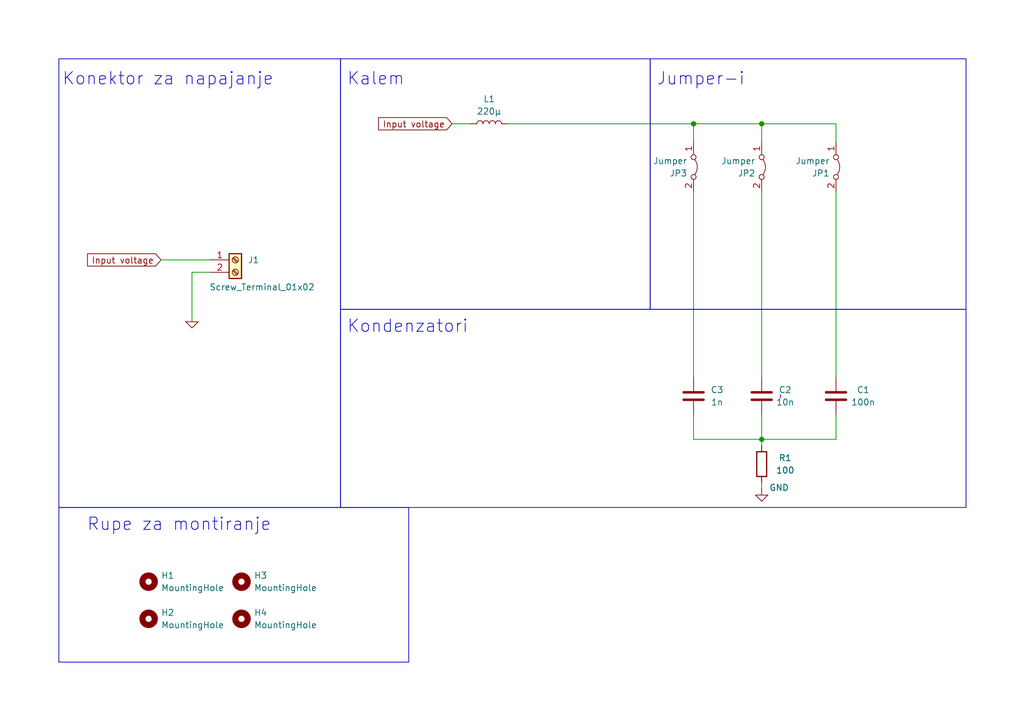
<source format=kicad_sch>
(kicad_sch (version 20231120) (generator "eeschema") (generator_version "8.0")
  (paper "A5")
  (lib_symbols
    (symbol "Connector:Screw_Terminal_01x02" (pin_names (offset 1.016) hide)
      (property "Reference" "J" (at 0 2.54 0))
      (property "Value" "Screw_Terminal_01x02" (at 0 -5.08 0))
      (symbol "Screw_Terminal_01x02_1_1"
        (rectangle (start -1.27 1.27) (end 1.27 -3.81) (stroke (width 0.254)) (fill (type background)))
        (circle (center 0 -2.54) (radius 0.635) (stroke (width 0.1524)))
        (polyline (pts (xy -0.5334 -2.2098) (xy 0.3302 -3.048)) (stroke (width 0.1524)))
        (polyline (pts (xy -0.5334 0.3302) (xy 0.3302 -0.508)) (stroke (width 0.1524)))
        (polyline (pts (xy -0.3556 -2.032) (xy 0.508 -2.8702)) (stroke (width 0.1524)))
        (polyline (pts (xy -0.3556 0.508) (xy 0.508 -0.3302)) (stroke (width 0.1524)))
        (circle (center 0 0) (radius 0.635) (stroke (width 0.1524)))
        (pin passive line (at -5.08 0 0) (length 3.81) (name "Pin_1") (number "1"))
        (pin passive line (at -5.08 -2.54 0) (length 3.81) (name "Pin_2") (number "2"))
      )
    )
    (symbol "Device:C" (pin_numbers hide) (pin_names (offset 0.254))
      (property "Reference" "C" (at 0.635 2.54 0))
      (property "Value" "C" (at 0.635 -2.54 0))
      (symbol "C_0_1"
        (polyline (pts (xy -2.032 -0.762) (xy 2.032 -0.762)) (stroke (width 0.508)))
        (polyline (pts (xy -2.032 0.762) (xy 2.032 0.762)) (stroke (width 0.508)))
      )
      (symbol "C_1_1"
        (pin passive line (at 0 3.81 270) (length 2.794) (name "~") (number "1"))
        (pin passive line (at 0 -3.81 90) (length 2.794) (name "~") (number "2"))
      )
    )
    (symbol "Device:L" (pin_numbers hide) (pin_names (offset 1.016) hide)
      (property "Reference" "L" (at -1.27 0 90))
      (property "Value" "L" (at 1.905 0 90))
      (symbol "L_0_1"
        (arc (start 0 -2.54) (mid 0.6323 -1.905) (end 0 -1.27))
        (arc (start 0 -1.27) (mid 0.6323 -0.635) (end 0 0))
        (arc (start 0 0) (mid 0.6323 0.635) (end 0 1.27))
        (arc (start 0 1.27) (mid 0.6323 1.905) (end 0 2.54))
      )
      (symbol "L_1_1"
        (pin passive line (at 0 3.81 270) (length 1.27) (name "1") (number "1"))
        (pin passive line (at 0 -3.81 90) (length 1.27) (name "2") (number "2"))
      )
    )
    (symbol "Device:R" (pin_numbers hide) (pin_names (offset 0))
      (property "Reference" "R" (at 2.032 0 90))
      (property "Value" "R" (at 0 0 90))
      (symbol "R_0_1"
        (rectangle (start -1.016 -2.54) (end 1.016 2.54) (stroke (width 0.254)))
      )
      (symbol "R_1_1"
        (pin passive line (at 0 3.81 270) (length 1.27) (name "~") (number "1"))
        (pin passive line (at 0 -3.81 90) (length 1.27) (name "~") (number "2"))
      )
    )
    (symbol "Jumper:Jumper_2_Bridged" (pin_names (offset 0) hide)
      (property "Reference" "JP" (at 0 1.905 0))
      (property "Value" "Jumper_2_Bridged" (at 0 -2.54 0))
      (symbol "Jumper_2_Bridged_0_0"
        (circle (center -2.032 0) (radius 0.508))
        (circle (center 2.032 0) (radius 0.508))
      )
      (symbol "Jumper_2_Bridged_0_1"
        (arc (start 1.524 0.254) (mid 0 0.762) (end -1.524 0.254))
      )
      (symbol "Jumper_2_Bridged_1_1"
        (pin passive line (at -5.08 0 0) (length 2.54) (name "A") (number "1"))
        (pin passive line (at 5.08 0 180) (length 2.54) (name "B") (number "2"))
      )
    )
    (symbol "Mechanical:MountingHole" (pin_names (offset 1.016))
      (property "Reference" "H" (at 0 5.08 0))
      (property "Value" "MountingHole" (at 0 3.175 0))
      (symbol "MountingHole_0_1"
        (circle (center 0 0) (radius 1.27) (stroke (width 1.27)))
      )
    )
    (symbol "Simulation_SPICE:0" (power) (pin_names (offset 0))
      (property "Value" "0" (at 0 -1.778 0))
      (symbol "0_0_1"
        (polyline (pts (xy -1.27 0) (xy 0 -1.27) (xy 1.27 0) (xy -1.27 0)))
      )
      (symbol "0_1_1"
        (pin power_in line (at 0 0 0) (length 0) hide (name "0") (number "1"))
      )
    )
    (symbol "power:GND" (power) (pin_numbers hide) (pin_names (offset 0) hide)
      (property "Value" "GND" (at 0 -3.81 0))
      (symbol "GND_0_1"
        (polyline (pts (xy 0 0) (xy 0 -1.27) (xy 1.27 -1.27) (xy 0 -2.54) (xy -1.27 -1.27) (xy 0 -1.27)))
      )
      (symbol "GND_1_1"
        (pin power_in line (at 0 0 270) (length 0) (name "~") (number "1"))
      )
    )
  )
  (junction (at 156.21 25.4))
  (junction (at 156.21 90.17))
  (junction (at 142.24 25.4))
  (wire (pts (xy 39.37 55.88) (xy 43.18 55.88)))
  (wire (pts (xy 39.37 55.88) (xy 39.37 66.04)))
  (wire (pts (xy 171.45 39.37) (xy 171.45 77.47)))
  (wire (pts (xy 156.21 90.17) (xy 142.24 90.17)))
  (wire (pts (xy 92.71 25.4) (xy 96.52 25.4)))
  (wire (pts (xy 171.45 90.17) (xy 156.21 90.17)))
  (wire (pts (xy 156.21 25.4) (xy 156.21 29.21)))
  (wire (pts (xy 156.21 39.37) (xy 156.21 77.47)))
  (wire (pts (xy 142.24 85.09) (xy 142.24 90.17)))
  (wire (pts (xy 142.24 25.4) (xy 142.24 29.21)))
  (wire (pts (xy 156.21 91.44) (xy 156.21 90.17)))
  (wire (pts (xy 156.21 90.17) (xy 156.21 85.09)))
  (wire (pts (xy 171.45 25.4) (xy 171.45 29.21)))
  (wire (pts (xy 43.18 53.34) (xy 33.02 53.34)))
  (wire (pts (xy 142.24 39.37) (xy 142.24 77.47)))
  (wire (pts (xy 156.21 25.4) (xy 171.45 25.4)))
  (wire (pts (xy 156.21 100.33) (xy 156.21 99.06)))
  (wire (pts (xy 142.24 25.4) (xy 156.21 25.4)))
  (wire (pts (xy 171.45 85.09) (xy 171.45 90.17)))
  (wire (pts (xy 104.14 25.4) (xy 142.24 25.4)))
  (rectangle (start 133.35 12.065) (end 198.12 63.5))
  (rectangle (start 69.85 12.065) (end 133.35 63.5))
  (rectangle (start 12.065 104.14) (end 83.82 135.89))
  (rectangle (start 69.85 63.5) (end 198.12 104.14))
  (rectangle (start 12.065 12.065) (end 69.85 104.14))
  (text "Kondenzatori" (at 71.12 68.58 0) (effects (font (size 2.54 2.54)) (justify left bottom)))
  (text "Rupe za montiranje\n" (at 17.78 109.22 0) (effects (font (size 2.54 2.54)) (justify left bottom)))
  (text "Kalem\n" (at 71.12 17.78 0) (effects (font (size 2.54 2.54)) (justify left bottom)))
  (text "Konektor za napajanje" (at 12.7 17.78 0) (effects (font (size 2.54 2.54)) (justify left bottom)))
  (text "Jumper-i" (at 134.62 17.78 0) (effects (font (size 2.54 2.54)) (justify left bottom)))
  (global_label "Input voltage" (shape input) (at 92.71 25.4 180) (property "Intersheetrefs" "${INTERSHEET_REFS}" (effects (hide yes))))
  (global_label "Input voltage" (shape input) (at 33.02 53.34 180) (property "Intersheetrefs" "${INTERSHEET_REFS}" (effects (hide yes))))
  (symbol (lib_id "Device:C") (at 156.21 81.28 0) (unit 1)
    (property "Reference" "C2" (at 161.036 80.01 0))
    (property "Value" "10n" (at 161.036 82.55 0))
    (property "Footprint" "Capacitor_SMD:C_1808_4520Metric" (effects (hide yes)))
    (property "Datasheet" "~" (at 160.02 81.28 90))
    (property "Description" "Unpolarized capacitor" (effects (hide yes)))
  )
  (symbol (lib_id "Jumper:Jumper_2_Bridged") (at 171.45 34.29 270) (unit 1)
    (property "Reference" "JP1" (at 170.18 35.56 90) (effects (justify right)))
    (property "Value" "Jumper" (at 170.18 33.02 90) (effects (justify right)))
    (property "Footprint" "Connector_PinHeader_2.54mm:PinHeader_1x02_P2.54mm_Vertical" (effects (hide yes)))
  )
  (symbol (lib_id "Mechanical:MountingHole") (at 49.53 127 0) (unit 1)
    (property "Reference" "H4" (at 52.07 125.73 0) (effects (justify left)))
    (property "Value" "MountingHole" (at 52.07 128.27 0) (effects (justify left)))
    (property "Footprint" "MountingHole:MountingHole_3.2mm_M3_ISO14580_Pad_TopBottom" (effects (hide yes)))
  )
  (symbol (lib_id "Connector:Screw_Terminal_01x02") (at 48.26 53.34 0) (unit 1) (exclude_from_sim yes)
    (property "Reference" "J1" (at 50.8 53.34 0) (effects (justify left)))
    (property "Value" "Screw_Terminal_01x02" (at 42.926 58.928 0) (effects (justify left)))
    (property "Footprint" "TerminalBlock_Phoenix:TerminalBlock_Phoenix_MKDS-1,5-2-5.08_1x02_P5.08mm_Horizontal" (effects (hide yes)))
  )
  (symbol (lib_id "Mechanical:MountingHole") (at 49.53 119.38 0) (unit 1)
    (property "Reference" "H3" (at 52.07 118.11 0) (effects (justify left)))
    (property "Value" "MountingHole" (at 52.07 120.65 0) (effects (justify left)))
    (property "Footprint" "MountingHole:MountingHole_3.2mm_M3_ISO14580_Pad_TopBottom" (effects (hide yes)))
  )
  (symbol (lib_id "power:GND") (at 156.21 100.33 0) (unit 1)
    (property "Reference" "#PWR02" (effects (hide yes)))
    (property "Value" "GND" (at 157.734 100.076 0) (effects (justify left)))
    (property "Description" "Power symbol creates a global label with name \"GND\" , ground" (effects (hide yes)))
  )
  (symbol (lib_id "Simulation_SPICE:0") (at 39.37 66.04 0) (unit 1)
    (property "Reference" "#GND01" (effects (hide yes)))
    (property "Value" "0" (effects (hide yes)))
  )
  (symbol (lib_id "Jumper:Jumper_2_Bridged") (at 156.21 34.29 270) (unit 1)
    (property "Reference" "JP2" (at 154.94 35.56 90) (effects (justify right)))
    (property "Value" "Jumper" (at 154.94 33.02 90) (effects (justify right)))
    (property "Footprint" "Connector_PinHeader_2.54mm:PinHeader_1x02_P2.54mm_Vertical" (effects (hide yes)))
  )
  (symbol (lib_id "Device:R") (at 156.21 95.25 0) (unit 1)
    (property "Reference" "R1" (at 161.036 93.98 0))
    (property "Value" "100" (at 161.036 96.52 0))
    (property "Footprint" "Resistor_SMD:R_1206_3216Metric" (effects (hide yes)))
    (property "Description" "Resistor" (effects (hide yes)))
  )
  (symbol (lib_id "Jumper:Jumper_2_Bridged") (at 142.24 34.29 270) (unit 1)
    (property "Reference" "JP3" (at 140.97 35.56 90) (effects (justify right)))
    (property "Value" "Jumper" (at 140.97 33.02 90) (effects (justify right)))
    (property "Footprint" "Connector_PinHeader_2.54mm:PinHeader_1x02_P2.54mm_Vertical" (effects (hide yes)))
  )
  (symbol (lib_id "Device:C") (at 171.45 81.28 0) (unit 1)
    (property "Reference" "C1" (at 177.038 80.01 0))
    (property "Value" "100n" (at 177.038 82.55 0))
    (property "Footprint" "Capacitor_SMD:C_1808_4520Metric" (effects (hide yes)))
    (property "Description" "Unpolarized capacitor" (effects (hide yes)))
  )
  (symbol (lib_id "Mechanical:MountingHole") (at 30.48 127 0) (unit 1)
    (property "Reference" "H2" (at 33.02 125.73 0) (effects (justify left)))
    (property "Value" "MountingHole" (at 33.02 128.27 0) (effects (justify left)))
    (property "Footprint" "MountingHole:MountingHole_3.2mm_M3_ISO14580_Pad_TopBottom" (effects (hide yes)))
  )
  (symbol (lib_id "Device:L") (at 100.33 25.4 90) (unit 1)
    (property "Reference" "L1" (at 100.33 20.32 90))
    (property "Value" "220µ" (at 100.33 22.86 90))
    (property "Footprint" "Inductor_SMD:L_12x12mm_H4.5mm" (effects (hide yes)))
    (property "Description" "Inductor" (effects (hide yes)))
  )
  (symbol (lib_id "Mechanical:MountingHole") (at 30.48 119.38 0) (unit 1)
    (property "Reference" "H1" (at 33.02 118.11 0) (effects (justify left)))
    (property "Value" "MountingHole" (at 33.02 120.65 0) (effects (justify left)))
    (property "Footprint" "MountingHole:MountingHole_3.2mm_M3_ISO14580_Pad_TopBottom" (effects (hide yes)))
  )
  (symbol (lib_id "Device:C") (at 142.24 81.28 0) (unit 1)
    (property "Reference" "C3" (at 147.066 80.01 0))
    (property "Value" "1n" (at 147.066 82.55 0))
    (property "Footprint" "Capacitor_SMD:C_1808_4520Metric" (effects (hide yes)))
    (property "Description" "Unpolarized capacitor" (effects (hide yes)))
  )
)
</source>
